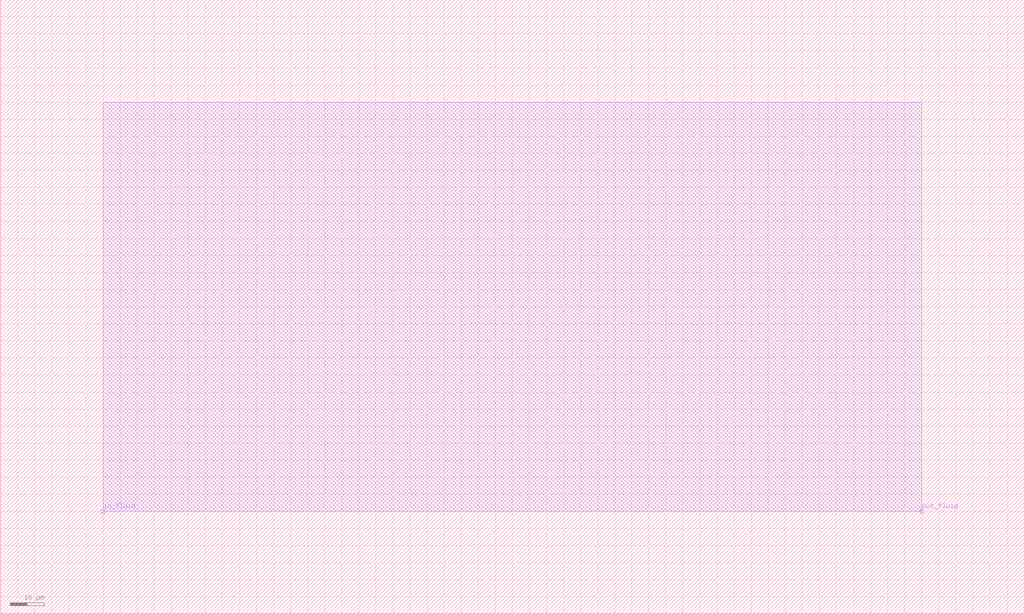
<source format=lef>
################################## FUNCTIONAL ##################################



################################### TESTING ####################################
MACRO serpentine_200_100px_0
  CLASS CORE ;
  ORIGIN  0 0 ;
  FOREIGN serpentine_200_100px_0 0 0 ;
  SIZE 300 BY 180 ;
  SYMMETRY X Y ;
  SITE CoreSite ;
  PIN in_fluid
    DIRECTION INPUT ;
    USE SIGNAL ;
    PORT
      LAYER met1 ;
        RECT 29.5 29.5 30.5 30.5 ;
    END
  END in_fluid
  PIN out_fluid
    DIRECTION OUTPUT ;
    USE SIGNAL ;
    PORT
      LAYER met1 ;
        RECT 269.5 29.5 270.5 30.5 ;
    END
  END out_fluid
  OBS
    LAYER met1 ;
      RECT 30 30 270 150 ;
  END
  PROPERTY CatenaDesignType "deviceLevel" ;
END serpentine_200_100px_0

</source>
